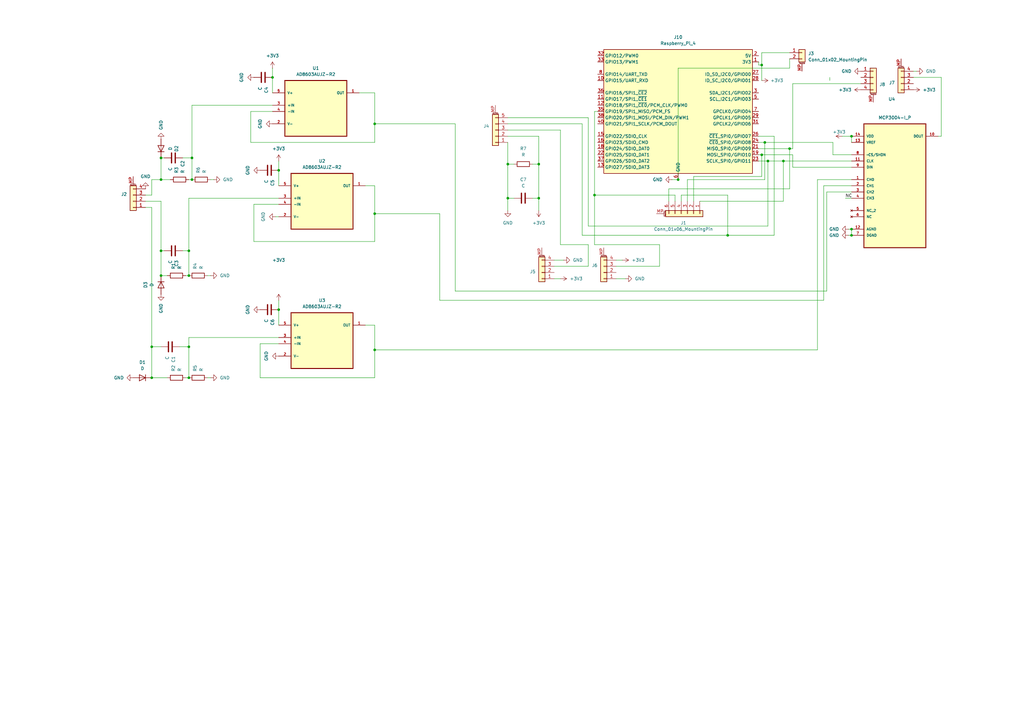
<source format=kicad_sch>
(kicad_sch (version 20231120) (generator "eeschema") (generator_version "8.0")
  (paper "A3")
  (lib_symbols
    (symbol "Connector:Raspberry_Pi_4"
      (property "Reference" "J" (at -17.526 48.768 0))
      (property "Value" "Raspberry_Pi_4" (at 15.748 -26.416 0))
      (symbol "Raspberry_Pi_4_0_1"
        (rectangle (start -30.48 25.4) (end 30.48 -25.4) (stroke (width 0.254)) (fill (type background)))
      )
      (symbol "Raspberry_Pi_4_1_1"
        (pin power_out line (at 33.02 20.32 180) (length 2.54) (name "3V3") (number "1"))
        (pin bidirectional line (at -33.02 12.7 0) (length 2.54) (name "GPIO15/UART_RXD") (number "10"))
        (pin bidirectional line (at -33.02 5.08 0) (length 2.54) (name "GPIO17/SPI1_~{CE1}") (number "11"))
        (pin bidirectional line (at -33.02 2.54 0) (length 2.54) (name "GPIO18/SPI1_~{CE0}/PCM_CLK/PWM0") (number "12"))
        (pin bidirectional line (at -33.02 -22.86 0) (length 2.54) (name "GPIO27/SDIO_DAT3") (number "13"))
        (pin passive line (at 0 -27.94 90) (length 2.54) hide (name "GND") (number "14"))
        (pin bidirectional line (at -33.02 -10.16 0) (length 2.54) (name "GPIO22/SDIO_CLK") (number "15"))
        (pin bidirectional line (at -33.02 -12.7 0) (length 2.54) (name "GPIO23/SDIO_CMD") (number "16"))
        (pin passive line (at 33.02 20.32 180) (length 2.54) hide (name "3V3") (number "17"))
        (pin bidirectional line (at -33.02 -15.24 0) (length 2.54) (name "GPIO24/SDIO_DAT0") (number "18"))
        (pin bidirectional line (at 33.02 -17.78 180) (length 2.54) (name "MOSI_SPI0/GPIO10") (number "19"))
        (pin power_out line (at 33.02 22.86 180) (length 2.54) (name "5V") (number "2"))
        (pin passive line (at 0 -27.94 90) (length 2.54) hide (name "GND") (number "20"))
        (pin bidirectional line (at 33.02 -15.24 180) (length 2.54) (name "MISO_SPI0/GPIO09") (number "21"))
        (pin bidirectional line (at -33.02 -17.78 0) (length 2.54) (name "GPIO25/SDIO_DAT1") (number "22"))
        (pin bidirectional line (at 33.02 -20.32 180) (length 2.54) (name "SCLK_SPI0/GPIO11") (number "23"))
        (pin bidirectional line (at 33.02 -12.7 180) (length 2.54) (name "~{CE0}_SPI0/GPIO08") (number "24"))
        (pin passive line (at 0 -27.94 90) (length 2.54) hide (name "GND") (number "25"))
        (pin bidirectional line (at 33.02 -10.16 180) (length 2.54) (name "~{CE1}_SPI0/GPIO07") (number "26"))
        (pin bidirectional line (at 33.02 15.24 180) (length 2.54) (name "ID_SD_I2C0/GPIO00") (number "27"))
        (pin bidirectional line (at 33.02 12.7 180) (length 2.54) (name "ID_SC_I2C0/GPIO01") (number "28"))
        (pin bidirectional line (at 33.02 -2.54 180) (length 2.54) (name "GPCLK1/GPIO05") (number "29"))
        (pin bidirectional line (at 33.02 7.62 180) (length 2.54) (name "SDA_I2C1/GPIO02") (number "3"))
        (pin passive line (at 0 -27.94 90) (length 2.54) hide (name "GND") (number "30"))
        (pin bidirectional line (at 33.02 -5.08 180) (length 2.54) (name "GPCLK2/GPIO06") (number "31"))
        (pin bidirectional line (at -33.02 22.86 0) (length 2.54) (name "GPIO12/PWM0") (number "32"))
        (pin bidirectional line (at -33.02 20.32 0) (length 2.54) (name "GPIO13/PWM1") (number "33"))
        (pin passive line (at 0 -27.94 90) (length 2.54) hide (name "GND") (number "34"))
        (pin bidirectional line (at -33.02 0 0) (length 2.54) (name "GPIO19/SPI1_MISO/PCM_FS") (number "35"))
        (pin bidirectional line (at -33.02 7.62 0) (length 2.54) (name "GPIO16/SPI1_~{CE2}") (number "36"))
        (pin bidirectional line (at -33.02 -20.32 0) (length 2.54) (name "GPIO26/SDIO_DAT2") (number "37"))
        (pin bidirectional line (at -33.02 -2.54 0) (length 2.54) (name "GPIO20/SPI1_MOSI/PCM_DIN/PWM1") (number "38"))
        (pin passive line (at 0 -27.94 90) (length 2.54) hide (name "GND") (number "39"))
        (pin passive line (at 33.02 22.86 180) (length 2.54) hide (name "5V") (number "4"))
        (pin bidirectional line (at -33.02 -5.08 0) (length 2.54) (name "GPIO21/SPI1_SCLK/PCM_DOUT") (number "40"))
        (pin bidirectional line (at 33.02 5.08 180) (length 2.54) (name "SCL_I2C1/GPIO03") (number "5"))
        (pin power_out line (at 0 -27.94 90) (length 2.54) (name "GND") (number "6"))
        (pin bidirectional line (at 33.02 0 180) (length 2.54) (name "GPCLK0/GPIO04") (number "7"))
        (pin bidirectional line (at -33.02 15.24 0) (length 2.54) (name "GPIO14/UART_TXD") (number "8"))
        (pin passive line (at 0 -27.94 90) (length 2.54) hide (name "GND") (number "9"))
      )
    )
    (symbol "Connector_Generic_MountingPin:Conn_01x02_MountingPin" (pin_names (offset 1.016) hide)
      (property "Reference" "J" (at 0 2.54 0))
      (property "Value" "Conn_01x02_MountingPin" (at 1.27 -5.08 0))
      (symbol "Conn_01x02_MountingPin_1_1"
        (rectangle (start -1.27 -2.413) (end 0 -2.667) (stroke (width 0.1524)))
        (rectangle (start -1.27 0.127) (end 0 -0.127) (stroke (width 0.1524)))
        (rectangle (start -1.27 1.27) (end 1.27 -3.81) (stroke (width 0.254)) (fill (type background)))
        (polyline (pts (xy -1.016 -4.572) (xy 1.016 -4.572)) (stroke (width 0.1524)))
        (text "Mounting" (at 0 -4.191 0) (effects (font (size 0.381 0.381))))
        (pin passive line (at -5.08 0 0) (length 3.81) (name "Pin_1") (number "1"))
        (pin passive line (at -5.08 -2.54 0) (length 3.81) (name "Pin_2") (number "2"))
        (pin passive line (at 0 -7.62 90) (length 3.048) (name "MountPin") (number "MP"))
      )
    )
    (symbol "Connector_Generic_MountingPin:Conn_01x04_MountingPin" (pin_names (offset 1.016) hide)
      (property "Reference" "J" (at 0 5.08 0))
      (property "Value" "Conn_01x04_MountingPin" (at 1.27 -7.62 0))
      (symbol "Conn_01x04_MountingPin_1_1"
        (rectangle (start -1.27 -4.953) (end 0 -5.207) (stroke (width 0.1524)))
        (rectangle (start -1.27 -2.413) (end 0 -2.667) (stroke (width 0.1524)))
        (rectangle (start -1.27 0.127) (end 0 -0.127) (stroke (width 0.1524)))
        (rectangle (start -1.27 2.667) (end 0 2.413) (stroke (width 0.1524)))
        (rectangle (start -1.27 3.81) (end 1.27 -6.35) (stroke (width 0.254)) (fill (type background)))
        (polyline (pts (xy -1.016 -7.112) (xy 1.016 -7.112)) (stroke (width 0.1524)))
        (text "Mounting" (at 0 -6.731 0) (effects (font (size 0.381 0.381))))
        (pin passive line (at -5.08 2.54 0) (length 3.81) (name "Pin_1") (number "1"))
        (pin passive line (at -5.08 0 0) (length 3.81) (name "Pin_2") (number "2"))
        (pin passive line (at -5.08 -2.54 0) (length 3.81) (name "Pin_3") (number "3"))
        (pin passive line (at -5.08 -5.08 0) (length 3.81) (name "Pin_4") (number "4"))
        (pin passive line (at 0 -10.16 90) (length 3.048) (name "MountPin") (number "MP"))
      )
    )
    (symbol "Connector_Generic_MountingPin:Conn_01x05_MountingPin" (pin_names (offset 1.016) hide)
      (property "Reference" "J" (at 0 7.62 0))
      (property "Value" "Conn_01x05_MountingPin" (at 1.27 -7.62 0))
      (symbol "Conn_01x05_MountingPin_1_1"
        (rectangle (start -1.27 -4.953) (end 0 -5.207) (stroke (width 0.1524)))
        (rectangle (start -1.27 -2.413) (end 0 -2.667) (stroke (width 0.1524)))
        (rectangle (start -1.27 0.127) (end 0 -0.127) (stroke (width 0.1524)))
        (rectangle (start -1.27 2.667) (end 0 2.413) (stroke (width 0.1524)))
        (rectangle (start -1.27 5.207) (end 0 4.953) (stroke (width 0.1524)))
        (rectangle (start -1.27 6.35) (end 1.27 -6.35) (stroke (width 0.254)) (fill (type background)))
        (polyline (pts (xy -1.016 -7.112) (xy 1.016 -7.112)) (stroke (width 0.1524)))
        (text "Mounting" (at 0 -6.731 0) (effects (font (size 0.381 0.381))))
        (pin passive line (at -5.08 5.08 0) (length 3.81) (name "Pin_1") (number "1"))
        (pin passive line (at -5.08 2.54 0) (length 3.81) (name "Pin_2") (number "2"))
        (pin passive line (at -5.08 0 0) (length 3.81) (name "Pin_3") (number "3"))
        (pin passive line (at -5.08 -2.54 0) (length 3.81) (name "Pin_4") (number "4"))
        (pin passive line (at -5.08 -5.08 0) (length 3.81) (name "Pin_5") (number "5"))
        (pin passive line (at 0 -10.16 90) (length 3.048) (name "MountPin") (number "MP"))
      )
    )
    (symbol "Connector_Generic_MountingPin:Conn_01x06_MountingPin" (pin_names (offset 1.016) hide)
      (property "Reference" "J" (at 0 7.62 0))
      (property "Value" "Conn_01x06_MountingPin" (at 1.27 -10.16 0))
      (symbol "Conn_01x06_MountingPin_1_1"
        (rectangle (start -1.27 -7.493) (end 0 -7.747) (stroke (width 0.1524)))
        (rectangle (start -1.27 -4.953) (end 0 -5.207) (stroke (width 0.1524)))
        (rectangle (start -1.27 -2.413) (end 0 -2.667) (stroke (width 0.1524)))
        (rectangle (start -1.27 0.127) (end 0 -0.127) (stroke (width 0.1524)))
        (rectangle (start -1.27 2.667) (end 0 2.413) (stroke (width 0.1524)))
        (rectangle (start -1.27 5.207) (end 0 4.953) (stroke (width 0.1524)))
        (rectangle (start -1.27 6.35) (end 1.27 -8.89) (stroke (width 0.254)) (fill (type background)))
        (polyline (pts (xy -1.016 -9.652) (xy 1.016 -9.652)) (stroke (width 0.1524)))
        (text "Mounting" (at 0 -9.271 0) (effects (font (size 0.381 0.381))))
        (pin passive line (at -5.08 5.08 0) (length 3.81) (name "Pin_1") (number "1"))
        (pin passive line (at -5.08 2.54 0) (length 3.81) (name "Pin_2") (number "2"))
        (pin passive line (at -5.08 0 0) (length 3.81) (name "Pin_3") (number "3"))
        (pin passive line (at -5.08 -2.54 0) (length 3.81) (name "Pin_4") (number "4"))
        (pin passive line (at -5.08 -5.08 0) (length 3.81) (name "Pin_5") (number "5"))
        (pin passive line (at -5.08 -7.62 0) (length 3.81) (name "Pin_6") (number "6"))
        (pin passive line (at 0 -12.7 90) (length 3.048) (name "MountPin") (number "MP"))
      )
    )
    (symbol "Device:C" (pin_numbers hide) (pin_names (offset 0.254))
      (property "Reference" "C" (at 0.635 2.54 0))
      (property "Value" "C" (at 0.635 -2.54 0))
      (symbol "C_0_1"
        (polyline (pts (xy -2.032 -0.762) (xy 2.032 -0.762)) (stroke (width 0.508)))
        (polyline (pts (xy -2.032 0.762) (xy 2.032 0.762)) (stroke (width 0.508)))
      )
      (symbol "C_1_1"
        (pin passive line (at 0 3.81 270) (length 2.794) (name "~") (number "1"))
        (pin passive line (at 0 -3.81 90) (length 2.794) (name "~") (number "2"))
      )
    )
    (symbol "Device:D" (pin_numbers hide) (pin_names (offset 1.016) hide)
      (property "Reference" "D" (at 0 2.54 0))
      (property "Value" "D" (at 0 -2.54 0))
      (symbol "D_0_1"
        (polyline (pts (xy -1.27 1.27) (xy -1.27 -1.27)) (stroke (width 0.254)))
        (polyline (pts (xy 1.27 0) (xy -1.27 0)))
        (polyline (pts (xy 1.27 1.27) (xy 1.27 -1.27) (xy -1.27 0) (xy 1.27 1.27)) (stroke (width 0.254)))
      )
      (symbol "D_1_1"
        (pin passive line (at -3.81 0 0) (length 2.54) (name "K") (number "1"))
        (pin passive line (at 3.81 0 180) (length 2.54) (name "A") (number "2"))
      )
    )
    (symbol "Device:R" (pin_numbers hide) (pin_names (offset 0))
      (property "Reference" "R" (at 2.032 0 90))
      (property "Value" "R" (at 0 0 90))
      (symbol "R_0_1"
        (rectangle (start -1.016 -2.54) (end 1.016 2.54) (stroke (width 0.254)))
      )
      (symbol "R_1_1"
        (pin passive line (at 0 3.81 270) (length 1.27) (name "~") (number "1"))
        (pin passive line (at 0 -3.81 90) (length 1.27) (name "~") (number "2"))
      )
    )
    (symbol "New_Library:AD8603AUJZ-R2" (pin_names (offset 1.016))
      (property "Reference" "U" (at -4.7244 11.6586 0))
      (property "Value" "AD8603AUJZ-R2" (at -5.7404 -21.1074 0))
      (symbol "AD8603AUJZ-R2_0_0"
        (rectangle (start -12.7 -15.24) (end 12.7 7.62) (stroke (width 0.4064)) (fill (type background)))
        (pin output line (at 17.78 2.54 180) (length 5.08) (name "OUT") (number "1"))
        (pin power_in line (at -17.78 -10.16 0) (length 5.08) (name "V-") (number "2"))
        (pin input line (at -17.78 -2.54 0) (length 5.08) (name "+IN") (number "3"))
        (pin input line (at -17.78 -5.08 0) (length 5.08) (name "-IN") (number "4"))
        (pin power_in line (at -17.78 2.54 0) (length 5.08) (name "V+") (number "5"))
      )
    )
    (symbol "New_Library:MCP3004-I_P" (pin_names (offset 1.016))
      (property "Reference" "U" (at -4.7323 26.9434 0))
      (property "Value" "MCP3004-I_P" (at -6.0827 -33.4421 0))
      (symbol "MCP3004-I_P_0_0"
        (rectangle (start -12.7 -27.94) (end 12.7 22.86) (stroke (width 0.4064)) (fill (type background)))
        (pin input line (at -17.78 0 0) (length 5.08) (name "CH0") (number "1"))
        (pin output line (at 17.78 17.78 180) (length 5.08) (name "DOUT") (number "10"))
        (pin input line (at -17.78 7.62 0) (length 5.08) (name "CLK") (number "11"))
        (pin passive line (at -17.78 -20.32 0) (length 5.08) (name "AGND") (number "12"))
        (pin power_in line (at -17.78 15.24 0) (length 5.08) (name "VREF") (number "13"))
        (pin power_in line (at -17.78 17.78 0) (length 5.08) (name "VDD") (number "14"))
        (pin input line (at -17.78 -2.54 0) (length 5.08) (name "CH1") (number "2"))
        (pin input line (at -17.78 -5.08 0) (length 5.08) (name "CH2") (number "3"))
        (pin input line (at -17.78 -7.62 0) (length 5.08) (name "CH3") (number "4"))
        (pin no_connect line (at -17.78 -12.7 0) (length 5.08) (name "NC_2") (number "5"))
        (pin no_connect line (at -17.78 -15.24 0) (length 5.08) (name "NC") (number "6"))
        (pin passive line (at -17.78 -22.86 0) (length 5.08) (name "DGND") (number "7"))
        (pin input line (at -17.78 10.16 0) (length 5.08) (name "~CS/SHDN") (number "8"))
        (pin input line (at -17.78 5.08 0) (length 5.08) (name "DIN") (number "9"))
      )
    )
    (symbol "power:+3V3" (power) (pin_numbers hide) (pin_names (offset 0) hide)
      (property "Value" "+3V3" (at 0 3.556 0))
      (symbol "+3V3_0_1"
        (polyline (pts (xy -0.762 1.27) (xy 0 2.54)))
        (polyline (pts (xy 0 0) (xy 0 2.54)))
        (polyline (pts (xy 0 2.54) (xy 0.762 1.27)))
      )
      (symbol "+3V3_1_1"
        (pin power_in line (at 0 0 90) (length 0) (name "~") (number "1"))
      )
    )
    (symbol "power:GND" (power) (pin_numbers hide) (pin_names (offset 0) hide)
      (property "Value" "GND" (at 0 -3.81 0))
      (symbol "GND_0_1"
        (polyline (pts (xy 0 0) (xy 0 -1.27) (xy 1.27 -1.27) (xy 0 -2.54) (xy -1.27 -1.27) (xy 0 -1.27)))
      )
      (symbol "GND_1_1"
        (pin power_in line (at 0 0 270) (length 0) (name "~") (number "1"))
      )
    )
  )
  (junction (at 298.45 96.52))
  (junction (at 153.67 87.63))
  (junction (at 321.31 66.04))
  (junction (at 114.3 69.85))
  (junction (at 314.96 66.04))
  (junction (at 243.84 80.01))
  (junction (at 349.25 55.88))
  (junction (at 77.47 142.24))
  (junction (at 208.28 81.28))
  (junction (at 312.42 63.5))
  (junction (at 220.98 67.31))
  (junction (at 278.13 73.66))
  (junction (at 77.47 154.94))
  (junction (at 77.47 113.03))
  (junction (at 208.28 67.31))
  (junction (at 312.42 26.67))
  (junction (at 66.04 73.66))
  (junction (at 78.74 73.66))
  (junction (at 66.04 113.03))
  (junction (at 153.67 50.8))
  (junction (at 77.47 102.87))
  (junction (at 62.23 154.94))
  (junction (at 349.25 96.52))
  (junction (at 114.3 127))
  (junction (at 66.04 64.77))
  (junction (at 111.76 31.75))
  (junction (at 313.69 58.42))
  (junction (at 153.67 143.51))
  (junction (at 220.98 81.28))
  (junction (at 323.85 60.96))
  (junction (at 62.23 142.24))
  (junction (at 349.25 93.98))
  (junction (at 78.74 64.77))
  (junction (at 66.04 102.87))
  (wire (pts (xy 76.2 113.03) (xy 77.47 113.03)))
  (wire (pts (xy 241.3 109.22) (xy 241.3 100.33)))
  (wire (pts (xy 106.68 154.94) (xy 153.67 154.94)))
  (wire (pts (xy 279.4 80.01) (xy 298.45 80.01)))
  (wire (pts (xy 220.98 67.31) (xy 220.98 81.28)))
  (wire (pts (xy 314.96 66.04) (xy 321.31 66.04)))
  (wire (pts (xy 323.85 24.13) (xy 323.85 27.94)))
  (wire (pts (xy 313.69 58.42) (xy 341.63 58.42)))
  (wire (pts (xy 345.44 55.88) (xy 349.25 55.88)))
  (wire (pts (xy 341.63 58.42) (xy 341.63 63.5)))
  (wire (pts (xy 335.28 143.51) (xy 153.67 143.51)))
  (wire (pts (xy 114.3 123.19) (xy 114.3 127)))
  (wire (pts (xy 208.28 86.36) (xy 208.28 81.28)))
  (wire (pts (xy 153.67 133.35) (xy 149.86 133.35)))
  (wire (pts (xy 341.63 63.5) (xy 349.25 63.5)))
  (wire (pts (xy 114.3 138.43) (xy 77.47 138.43)))
  (wire (pts (xy 104.14 99.06) (xy 153.67 99.06)))
  (wire (pts (xy 62.23 73.66) (xy 62.23 80.01)))
  (wire (pts (xy 347.98 96.52) (xy 349.25 96.52)))
  (wire (pts (xy 340.36 31.75) (xy 340.36 33.02)))
  (wire (pts (xy 298.45 96.52) (xy 317.5 96.52)))
  (wire (pts (xy 276.86 80.01) (xy 243.84 80.01)))
  (wire (pts (xy 347.98 93.98) (xy 349.25 93.98)))
  (wire (pts (xy 276.86 80.01) (xy 276.86 82.55)))
  (wire (pts (xy 312.42 72.39) (xy 312.42 63.5)))
  (wire (pts (xy 311.15 55.88) (xy 317.5 55.88)))
  (wire (pts (xy 76.2 154.94) (xy 77.47 154.94)))
  (wire (pts (xy 325.12 60.96) (xy 325.12 34.29)))
  (wire (pts (xy 229.87 114.3) (xy 227.33 114.3)))
  (wire (pts (xy 243.84 80.01) (xy 243.84 45.72)))
  (wire (pts (xy 62.23 85.09) (xy 62.23 142.24)))
  (wire (pts (xy 114.3 81.28) (xy 77.47 81.28)))
  (wire (pts (xy 153.67 50.8) (xy 153.67 58.42)))
  (wire (pts (xy 113.03 88.9) (xy 114.3 88.9)))
  (wire (pts (xy 335.28 73.66) (xy 335.28 143.51)))
  (wire (pts (xy 114.3 69.85) (xy 114.3 76.2)))
  (wire (pts (xy 85.09 154.94) (xy 86.36 154.94)))
  (wire (pts (xy 66.04 113.03) (xy 68.58 113.03)))
  (wire (pts (xy 77.47 138.43) (xy 77.47 142.24)))
  (wire (pts (xy 220.98 81.28) (xy 220.98 86.36)))
  (wire (pts (xy 69.85 73.66) (xy 66.04 73.66)))
  (wire (pts (xy 208.28 50.8) (xy 238.76 50.8)))
  (wire (pts (xy 311.15 60.96) (xy 323.85 60.96)))
  (wire (pts (xy 243.84 45.72) (xy 245.11 45.72)))
  (wire (pts (xy 349.25 58.42) (xy 349.25 55.88)))
  (wire (pts (xy 323.85 27.94) (xy 278.13 27.94)))
  (wire (pts (xy 243.84 100.33) (xy 270.51 100.33)))
  (wire (pts (xy 312.42 26.67) (xy 312.42 33.02)))
  (wire (pts (xy 77.47 81.28) (xy 77.47 102.87)))
  (wire (pts (xy 238.76 50.8) (xy 238.76 96.52)))
  (wire (pts (xy 111.76 27.94) (xy 111.76 31.75)))
  (wire (pts (xy 66.04 73.66) (xy 62.23 73.66)))
  (wire (pts (xy 186.69 119.38) (xy 186.69 50.8)))
  (wire (pts (xy 62.23 142.24) (xy 66.04 142.24)))
  (wire (pts (xy 59.69 85.09) (xy 62.23 85.09)))
  (wire (pts (xy 153.67 154.94) (xy 153.67 143.51)))
  (wire (pts (xy 77.47 142.24) (xy 77.47 154.94)))
  (wire (pts (xy 386.08 55.88) (xy 384.81 55.88)))
  (wire (pts (xy 325.12 68.58) (xy 349.25 68.58)))
  (wire (pts (xy 337.82 123.19) (xy 180.34 123.19)))
  (wire (pts (xy 73.66 142.24) (xy 77.47 142.24)))
  (wire (pts (xy 279.4 82.55) (xy 279.4 80.01)))
  (wire (pts (xy 227.33 109.22) (xy 241.3 109.22)))
  (wire (pts (xy 284.48 72.39) (xy 312.42 72.39)))
  (wire (pts (xy 311.15 26.67) (xy 312.42 26.67)))
  (wire (pts (xy 281.94 82.55) (xy 281.94 73.66)))
  (wire (pts (xy 153.67 76.2) (xy 153.67 87.63)))
  (wire (pts (xy 59.69 80.01) (xy 62.23 80.01)))
  (wire (pts (xy 111.76 31.75) (xy 111.76 38.1)))
  (wire (pts (xy 186.69 50.8) (xy 153.67 50.8)))
  (wire (pts (xy 114.3 140.97) (xy 106.68 140.97)))
  (wire (pts (xy 62.23 154.94) (xy 68.58 154.94)))
  (wire (pts (xy 102.87 45.72) (xy 102.87 58.42)))
  (wire (pts (xy 339.09 119.38) (xy 186.69 119.38)))
  (wire (pts (xy 114.3 127) (xy 114.3 133.35)))
  (wire (pts (xy 241.3 92.71) (xy 314.96 92.71)))
  (wire (pts (xy 321.31 66.04) (xy 349.25 66.04)))
  (wire (pts (xy 208.28 81.28) (xy 208.28 67.31)))
  (wire (pts (xy 111.76 43.18) (xy 78.74 43.18)))
  (wire (pts (xy 231.14 106.68) (xy 227.33 106.68)))
  (wire (pts (xy 281.94 73.66) (xy 313.69 73.66)))
  (wire (pts (xy 375.92 29.21) (xy 374.65 29.21)))
  (wire (pts (xy 346.71 81.28) (xy 349.25 81.28)))
  (wire (pts (xy 66.04 64.77) (xy 67.31 64.77)))
  (wire (pts (xy 317.5 96.52) (xy 317.5 55.88)))
  (wire (pts (xy 313.69 73.66) (xy 313.69 58.42)))
  (wire (pts (xy 66.04 102.87) (xy 66.04 113.03)))
  (wire (pts (xy 312.42 63.5) (xy 325.12 63.5)))
  (wire (pts (xy 77.47 73.66) (xy 78.74 73.66)))
  (wire (pts (xy 241.3 100.33) (xy 229.87 100.33)))
  (wire (pts (xy 339.09 119.38) (xy 339.09 78.74)))
  (wire (pts (xy 256.54 114.3) (xy 252.73 114.3)))
  (wire (pts (xy 314.96 92.71) (xy 314.96 66.04)))
  (wire (pts (xy 59.69 82.55) (xy 66.04 82.55)))
  (wire (pts (xy 229.87 100.33) (xy 229.87 53.34)))
  (wire (pts (xy 339.09 78.74) (xy 349.25 78.74)))
  (wire (pts (xy 374.65 31.75) (xy 386.08 31.75)))
  (wire (pts (xy 114.3 66.04) (xy 114.3 69.85)))
  (wire (pts (xy 323.85 60.96) (xy 325.12 60.96)))
  (wire (pts (xy 274.32 82.55) (xy 274.32 77.47)))
  (wire (pts (xy 353.06 34.29) (xy 325.12 34.29)))
  (wire (pts (xy 321.31 82.55) (xy 321.31 66.04)))
  (wire (pts (xy 349.25 96.52) (xy 349.25 93.98)))
  (wire (pts (xy 102.87 58.42) (xy 153.67 58.42)))
  (wire (pts (xy 278.13 27.94) (xy 278.13 73.66)))
  (wire (pts (xy 106.68 140.97) (xy 106.68 154.94)))
  (wire (pts (xy 312.42 21.59) (xy 312.42 26.67)))
  (wire (pts (xy 153.67 87.63) (xy 153.67 99.06)))
  (wire (pts (xy 208.28 48.26) (xy 241.3 48.26)))
  (wire (pts (xy 220.98 55.88) (xy 220.98 67.31)))
  (wire (pts (xy 314.96 66.04) (xy 311.15 66.04)))
  (wire (pts (xy 208.28 55.88) (xy 220.98 55.88)))
  (wire (pts (xy 208.28 67.31) (xy 210.82 67.31)))
  (wire (pts (xy 311.15 26.67) (xy 311.15 25.4)))
  (wire (pts (xy 74.93 102.87) (xy 77.47 102.87)))
  (wire (pts (xy 62.23 142.24) (xy 62.23 154.94)))
  (wire (pts (xy 325.12 68.58) (xy 325.12 63.5)))
  (wire (pts (xy 77.47 102.87) (xy 77.47 113.03)))
  (wire (pts (xy 74.93 64.77) (xy 78.74 64.77)))
  (wire (pts (xy 180.34 123.19) (xy 180.34 87.63)))
  (wire (pts (xy 114.3 83.82) (xy 104.14 83.82)))
  (wire (pts (xy 349.25 76.2) (xy 337.82 76.2)))
  (wire (pts (xy 311.15 58.42) (xy 313.69 58.42)))
  (wire (pts (xy 208.28 67.31) (xy 208.28 58.42)))
  (wire (pts (xy 274.32 77.47) (xy 323.85 77.47)))
  (wire (pts (xy 323.85 21.59) (xy 312.42 21.59)))
  (wire (pts (xy 208.28 81.28) (xy 210.82 81.28)))
  (wire (pts (xy 86.36 73.66) (xy 87.63 73.66)))
  (wire (pts (xy 78.74 43.18) (xy 78.74 64.77)))
  (wire (pts (xy 66.04 64.77) (xy 66.04 73.66)))
  (wire (pts (xy 252.73 109.22) (xy 270.51 109.22)))
  (wire (pts (xy 104.14 83.82) (xy 104.14 99.06)))
  (wire (pts (xy 85.09 113.03) (xy 86.36 113.03)))
  (wire (pts (xy 153.67 143.51) (xy 153.67 133.35)))
  (wire (pts (xy 218.44 67.31) (xy 220.98 67.31)))
  (wire (pts (xy 287.02 82.55) (xy 321.31 82.55)))
  (wire (pts (xy 111.76 45.72) (xy 102.87 45.72)))
  (wire (pts (xy 386.08 31.75) (xy 386.08 55.88)))
  (wire (pts (xy 311.15 63.5) (xy 312.42 63.5)))
  (wire (pts (xy 229.87 53.34) (xy 208.28 53.34)))
  (wire (pts (xy 180.34 87.63) (xy 153.67 87.63)))
  (wire (pts (xy 153.67 76.2) (xy 149.86 76.2)))
  (wire (pts (xy 218.44 81.28) (xy 220.98 81.28)))
  (wire (pts (xy 153.67 38.1) (xy 147.32 38.1)))
  (wire (pts (xy 243.84 100.33) (xy 243.84 80.01)))
  (wire (pts (xy 238.76 96.52) (xy 298.45 96.52)))
  (wire (pts (xy 66.04 102.87) (xy 67.31 102.87)))
  (wire (pts (xy 66.04 82.55) (xy 66.04 102.87)))
  (wire (pts (xy 337.82 76.2) (xy 337.82 123.19)))
  (wire (pts (xy 323.85 77.47) (xy 323.85 60.96)))
  (wire (pts (xy 284.48 82.55) (xy 284.48 72.39)))
  (wire (pts (xy 335.28 73.66) (xy 349.25 73.66)))
  (wire (pts (xy 153.67 38.1) (xy 153.67 50.8)))
  (wire (pts (xy 255.27 106.68) (xy 252.73 106.68)))
  (wire (pts (xy 298.45 80.01) (xy 298.45 96.52)))
  (wire (pts (xy 78.74 64.77) (xy 78.74 73.66)))
  (wire (pts (xy 275.59 73.66) (xy 278.13 73.66)))
  (wire (pts (xy 270.51 109.22) (xy 270.51 100.33)))
  (wire (pts (xy 241.3 48.26) (xy 241.3 92.71)))
  (label "NC" (at 346.71 81.28 0))
  (symbol (lib_id "power:GND") (at 87.63 73.66 90) (unit 1)
    (property "Reference" "#PWR09" (effects (hide yes)))
    (property "Value" "GND" (at 91.44 73.6599 90) (effects (justify right)))
    (property "Description" "Power symbol creates a global label with name \"GND\" , ground" (effects (hide yes)))
  )
  (symbol (lib_id "Connector_Generic_MountingPin:Conn_01x04_MountingPin") (at 247.65 111.76 180) (unit 1)
    (property "Reference" "J6" (at 245.11 108.8643 0) (effects (justify left)))
    (property "Value" "protec_condit" (effects (hide yes)))
    (property "Footprint" "Connector_PinHeader_2.54mm:PinHeader_1x04_P2.54mm_Vertical" (effects (hide yes)))
    (property "Description" "Generic connectable mounting pin connector, single row, 01x04, script generated (kicad-library-utils/schlib/autogen/connector/)" (effects (hide yes)))
  )
  (symbol (lib_id "power:GND") (at 86.36 113.03 90) (unit 1)
    (property "Reference" "#PWR07" (effects (hide yes)))
    (property "Value" "GND" (at 90.17 113.0299 90) (effects (justify right)))
    (property "Description" "Power symbol creates a global label with name \"GND\" , ground" (effects (hide yes)))
  )
  (symbol (lib_id "Device:D") (at 58.42 154.94 180) (unit 1)
    (property "Reference" "D1" (at 58.42 148.59 0))
    (property "Value" "D" (at 58.42 151.13 0))
    (property "Footprint" "Resistor_THT:R_Axial_DIN0204_L3.6mm_D1.6mm_P7.62mm_Horizontal" (effects (hide yes)))
    (property "Description" "Diode" (effects (hide yes)))
    (property "Sim.Device" "D" (effects (hide yes)))
    (property "Sim.Pins" "1=K 2=A" (effects (hide yes)))
  )
  (symbol (lib_id "power:+3V3") (at 114.3 123.19 0) (unit 1)
    (property "Reference" "#PWR017" (effects (hide yes)))
    (property "Value" "+3V3" (at 114.3 106.68 0))
    (property "Description" "Power symbol creates a global label with name \"+3V3\"" (effects (hide yes)))
  )
  (symbol (lib_id "Connector_Generic_MountingPin:Conn_01x04_MountingPin") (at 369.57 34.29 180) (unit 1)
    (property "Reference" "J7" (at 367.03 33.9345 0) (effects (justify left)))
    (property "Value" "protec_mcp" (effects (hide yes)))
    (property "Footprint" "Connector_PinHeader_2.54mm:PinHeader_1x04_P2.54mm_Vertical" (effects (hide yes)))
    (property "Description" "Generic connectable mounting pin connector, single row, 01x04, script generated (kicad-library-utils/schlib/autogen/connector/)" (effects (hide yes)))
  )
  (symbol (lib_id "Device:R") (at 73.66 73.66 90) (unit 1)
    (property "Reference" "R3" (at 72.3899 71.12 0) (effects (justify left)))
    (property "Value" "R" (at 74.9299 71.12 0) (effects (justify left)))
    (property "Footprint" "Resistor_THT:R_Axial_DIN0204_L3.6mm_D1.6mm_P7.62mm_Horizontal" (effects (hide yes)))
    (property "Description" "Resistor" (effects (hide yes)))
  )
  (symbol (lib_id "power:GND") (at 106.68 69.85 270) (unit 1)
    (property "Reference" "#PWR011" (effects (hide yes)))
    (property "Value" "GND" (at 101.6 69.85 0))
    (property "Description" "Power symbol creates a global label with name \"GND\" , ground" (effects (hide yes)))
  )
  (symbol (lib_id "power:+3V3") (at 255.27 106.68 270) (unit 1)
    (property "Reference" "#PWR026" (effects (hide yes)))
    (property "Value" "+3V3" (at 259.08 106.6799 90) (effects (justify left)))
    (property "Description" "Power symbol creates a global label with name \"+3V3\"" (effects (hide yes)))
  )
  (symbol (lib_id "Connector:Raspberry_Pi_4") (at 278.13 45.72 0) (unit 1)
    (property "Reference" "J10" (at 278.13 15.24 0))
    (property "Value" "Raspberry_Pi_4" (at 278.13 17.78 0))
    (property "Footprint" "Connector_PinHeader_2.54mm:PinHeader_2x20_P2.54mm_Vertical" (effects (hide yes)))
    (property "Datasheet" "https://datasheets.raspberrypi.com/rpi4/raspberry-pi-4-datasheet.pdf" (effects (hide yes)))
    (property "Description" "Raspberry Pi 4 Model B" (effects (hide yes)))
  )
  (symbol (lib_id "Connector_Generic_MountingPin:Conn_01x05_MountingPin") (at 203.2 53.34 180) (unit 1)
    (property "Reference" "J4" (at 200.66 51.7143 0) (effects (justify left)))
    (property "Value" "Circuit_conditiono" (effects (hide yes)))
    (property "Footprint" "Connector_PinHeader_2.54mm:PinHeader_1x05_P2.54mm_Vertical" (effects (hide yes)))
    (property "Description" "Generic connectable mounting pin connector, single row, 01x05, script generated (kicad-library-utils/schlib/autogen/connector/)" (effects (hide yes)))
  )
  (symbol (lib_id "power:GND") (at 256.54 114.3 90) (unit 1)
    (property "Reference" "#PWR027" (effects (hide yes)))
    (property "Value" "GND" (at 260.35 114.2999 90) (effects (justify right)))
    (property "Description" "Power symbol creates a global label with name \"GND\" , ground" (effects (hide yes)))
  )
  (symbol (lib_id "Device:C") (at 214.63 81.28 270) (unit 1)
    (property "Reference" "C7" (at 214.63 73.66 90))
    (property "Value" "C" (at 214.63 76.2 90))
    (property "Footprint" "Capacitor_THT:C_Disc_D3.0mm_W1.6mm_P2.50mm" (effects (hide yes)))
    (property "Description" "Unpolarized capacitor" (effects (hide yes)))
  )
  (symbol (lib_id "Device:C") (at 69.85 142.24 270) (unit 1)
    (property "Reference" "C1" (at 71.1201 146.05 0) (effects (justify left)))
    (property "Value" "C" (at 68.5801 146.05 0) (effects (justify left)))
    (property "Footprint" "Capacitor_THT:C_Disc_D3.0mm_W1.6mm_P2.50mm" (effects (hide yes)))
    (property "Description" "Unpolarized capacitor" (effects (hide yes)))
  )
  (symbol (lib_id "power:+3V3") (at 229.87 114.3 270) (unit 1)
    (property "Reference" "#PWR025" (effects (hide yes)))
    (property "Value" "+3V3" (at 233.68 114.3001 90) (effects (justify left)))
    (property "Description" "Power symbol creates a global label with name \"+3V3\"" (effects (hide yes)))
  )
  (symbol (lib_id "Device:D") (at 66.04 116.84 270) (unit 1)
    (property "Reference" "D3" (at 59.69 116.84 0))
    (property "Value" "D" (at 62.23 116.84 0))
    (property "Footprint" "Resistor_THT:R_Axial_DIN0204_L3.6mm_D1.6mm_P7.62mm_Horizontal" (effects (hide yes)))
    (property "Description" "Diode" (effects (hide yes)))
    (property "Sim.Device" "D" (effects (hide yes)))
    (property "Sim.Pins" "1=K 2=A" (effects (hide yes)))
  )
  (symbol (lib_id "power:GND") (at 66.04 120.65 0) (unit 1)
    (property "Reference" "#PWR06" (effects (hide yes)))
    (property "Value" "GND" (at 66.0399 124.46 90) (effects (justify right)))
    (property "Description" "Power symbol creates a global label with name \"GND\" , ground" (effects (hide yes)))
  )
  (symbol (lib_id "Device:D") (at 66.04 60.96 90) (unit 1)
    (property "Reference" "D2" (at 72.39 60.96 0))
    (property "Value" "D" (at 69.85 60.96 0))
    (property "Footprint" "Resistor_THT:R_Axial_DIN0204_L3.6mm_D1.6mm_P7.62mm_Horizontal" (effects (hide yes)))
    (property "Description" "Diode" (effects (hide yes)))
    (property "Sim.Device" "D" (effects (hide yes)))
    (property "Sim.Pins" "1=K 2=A" (effects (hide yes)))
  )
  (symbol (lib_id "Device:C") (at 107.95 31.75 270) (unit 1)
    (property "Reference" "C4" (at 109.2201 35.56 0) (effects (justify left)))
    (property "Value" "C" (at 106.6801 35.56 0) (effects (justify left)))
    (property "Footprint" "Capacitor_THT:C_Disc_D3.0mm_W1.6mm_P2.50mm" (effects (hide yes)))
    (property "Description" "Unpolarized capacitor" (effects (hide yes)))
  )
  (symbol (lib_id "power:GND") (at 114.3 146.05 270) (unit 1)
    (property "Reference" "#PWR018" (effects (hide yes)))
    (property "Value" "GND" (at 109.22 146.05 0))
    (property "Description" "Power symbol creates a global label with name \"GND\" , ground" (effects (hide yes)))
  )
  (symbol (lib_id "Device:R") (at 72.39 113.03 90) (unit 1)
    (property "Reference" "R1" (at 71.1199 110.49 0) (effects (justify left)))
    (property "Value" "R" (at 73.6599 110.49 0) (effects (justify left)))
    (property "Footprint" "Resistor_THT:R_Axial_DIN0204_L3.6mm_D1.6mm_P7.62mm_Horizontal" (effects (hide yes)))
    (property "Description" "Resistor" (effects (hide yes)))
  )
  (symbol (lib_id "power:GND") (at 231.14 106.68 90) (unit 1)
    (property "Reference" "#PWR024" (effects (hide yes)))
    (property "Value" "GND" (at 234.95 106.6801 90) (effects (justify right)))
    (property "Description" "Power symbol creates a global label with name \"GND\" , ground" (effects (hide yes)))
  )
  (symbol (lib_id "power:GND") (at 59.69 77.47 180) (unit 1)
    (property "Reference" "#PWR04" (effects (hide yes)))
    (property "Value" "GND" (at 59.69 72.39 0))
    (property "Description" "Power symbol creates a global label with name \"GND\" , ground" (effects (hide yes)))
  )
  (symbol (lib_id "New_Library:MCP3004-I_P") (at 367.03 73.66 0) (unit 1)
    (property "Reference" "U4" (at 365.76 40.64 0))
    (property "Value" "MCP3004-I_P" (at 367.03 48.26 0))
    (property "Footprint" "Library:MCP3004 ISL" (effects (hide yes)))
    (property "MF" "Microchip" (effects (hide yes)))
    (property "Description_1" "\nMicrochip MCP3004-I/P, 10 bit Serial ADC, Differential Input, 14-Pin PDIP | Microchip Technology Inc. MCP3004-I/P\n" (effects (hide yes)))
    (property "PACKAGE" "DIP-14" (effects (hide yes)))
    (property "MPN" "MCP3004-I/P" (effects (hide yes)))
    (property "Price" "None" (effects (hide yes)))
    (property "Package" "DIP-14 Microchip" (effects (hide yes)))
    (property "OC_FARNELL" "-" (effects (hide yes)))
    (property "SnapEDA_Link" "https://www.snapeda.com/parts/MCP3004-I/P/Microchip/view-part/?ref=snap" (effects (hide yes)))
    (property "MP" "MCP3004-I/P" (effects (hide yes)))
    (property "SUPPLIER" "Microchip" (effects (hide yes)))
    (property "OC_NEWARK" "19C7195" (effects (hide yes)))
    (property "Availability" "In Stock" (effects (hide yes)))
    (property "Check_prices" "https://www.snapeda.com/parts/MCP3004-I/P/Microchip/view-part/?ref=eda" (effects (hide yes)))
  )
  (symbol (lib_id "power:+3V3") (at 114.3 66.04 0) (unit 1)
    (property "Reference" "#PWR016" (effects (hide yes)))
    (property "Value" "+3V3" (at 114.3 60.96 0))
    (property "Description" "Power symbol creates a global label with name \"+3V3\"" (effects (hide yes)))
  )
  (symbol (lib_id "power:+3V3") (at 353.06 36.83 90) (unit 1)
    (property "Reference" "#PWR030" (effects (hide yes)))
    (property "Value" "+3V3" (at 349.25 36.8301 90) (effects (justify left)))
    (property "Description" "Power symbol creates a global label with name \"+3V3\"" (effects (hide yes)))
  )
  (symbol (lib_id "power:GND") (at 113.03 88.9 270) (unit 1)
    (property "Reference" "#PWR015" (effects (hide yes)))
    (property "Value" "GND" (at 107.95 88.9 0))
    (property "Description" "Power symbol creates a global label with name \"GND\" , ground" (effects (hide yes)))
  )
  (symbol (lib_id "power:GND") (at 208.28 86.36 0) (unit 1)
    (property "Reference" "#PWR023" (effects (hide yes)))
    (property "Value" "GND" (at 208.28 91.44 0))
    (property "Description" "Power symbol creates a global label with name \"GND\" , ground" (effects (hide yes)))
  )
  (symbol (lib_id "power:GND") (at 275.59 73.66 270) (unit 1)
    (property "Reference" "#PWR02" (effects (hide yes)))
    (property "Value" "GND" (at 271.78 73.6599 90) (effects (justify right)))
    (property "Description" "Power symbol creates a global label with name \"GND\" , ground" (effects (hide yes)))
  )
  (symbol (lib_id "power:GND") (at 375.92 29.21 90) (unit 1)
    (property "Reference" "#PWR028" (effects (hide yes)))
    (property "Value" "GND" (at 379.73 29.2101 90) (effects (justify right)))
    (property "Description" "Power symbol creates a global label with name \"GND\" , ground" (effects (hide yes)))
  )
  (symbol (lib_id "Device:R") (at 82.55 73.66 90) (unit 1)
    (property "Reference" "R6" (at 81.2799 71.12 0) (effects (justify left)))
    (property "Value" "R" (at 83.8199 71.12 0) (effects (justify left)))
    (property "Footprint" "Resistor_THT:R_Axial_DIN0204_L3.6mm_D1.6mm_P7.62mm_Horizontal" (effects (hide yes)))
    (property "Description" "Resistor" (effects (hide yes)))
  )
  (symbol (lib_id "Device:C") (at 71.12 64.77 270) (unit 1)
    (property "Reference" "C2" (at 74.93 65.786 0) (effects (justify left)))
    (property "Value" "C" (at 69.8501 68.58 0) (effects (justify left)))
    (property "Footprint" "Capacitor_THT:C_Disc_D3.0mm_W1.6mm_P2.50mm" (effects (hide yes)))
    (property "Description" "Unpolarized capacitor" (effects (hide yes)))
  )
  (symbol (lib_id "Connector_Generic_MountingPin:Conn_01x04_MountingPin") (at 358.14 31.75 0) (unit 1)
    (property "Reference" "J8" (at 360.68 34.6457 0) (effects (justify left)))
    (property "Value" "protec_mcp" (effects (hide yes)))
    (property "Footprint" "Connector_PinHeader_2.54mm:PinHeader_1x04_P2.54mm_Vertical" (effects (hide yes)))
    (property "Description" "Generic connectable mounting pin connector, single row, 01x04, script generated (kicad-library-utils/schlib/autogen/connector/)" (effects (hide yes)))
  )
  (symbol (lib_id "Device:R") (at 81.28 113.03 90) (unit 1)
    (property "Reference" "R4" (at 80.0099 110.49 0) (effects (justify left)))
    (property "Value" "R" (at 82.5499 110.49 0) (effects (justify left)))
    (property "Footprint" "Resistor_THT:R_Axial_DIN0204_L3.6mm_D1.6mm_P7.62mm_Horizontal" (effects (hide yes)))
    (property "Description" "Resistor" (effects (hide yes)))
  )
  (symbol (lib_id "Connector_Generic_MountingPin:Conn_01x06_MountingPin") (at 281.94 87.63 270) (unit 1)
    (property "Reference" "J1" (at 280.3144 91.44 90))
    (property "Value" "Conn_01x06_MountingPin" (at 280.3144 93.98 90))
    (property "Footprint" "Connector_PinSocket_2.54mm:PinSocket_1x06_P2.54mm_Vertical" (effects (hide yes)))
    (property "Description" "Generic connectable mounting pin connector, single row, 01x06, script generated (kicad-library-utils/schlib/autogen/connector/)" (effects (hide yes)))
  )
  (symbol (lib_id "Device:R") (at 72.39 154.94 90) (unit 1)
    (property "Reference" "R2" (at 71.1199 152.4 0) (effects (justify left)))
    (property "Value" "R" (at 73.6599 152.4 0) (effects (justify left)))
    (property "Footprint" "Resistor_THT:R_Axial_DIN0204_L3.6mm_D1.6mm_P7.62mm_Horizontal" (effects (hide yes)))
    (property "Description" "Resistor" (effects (hide yes)))
  )
  (symbol (lib_id "power:+3V3") (at 111.76 27.94 0) (unit 1)
    (property "Reference" "#PWR013" (effects (hide yes)))
    (property "Value" "+3V3" (at 111.76 22.86 0))
    (property "Description" "Power symbol creates a global label with name \"+3V3\"" (effects (hide yes)))
  )
  (symbol (lib_id "Device:C") (at 110.49 69.85 270) (unit 1)
    (property "Reference" "C5" (at 111.7601 73.66 0) (effects (justify left)))
    (property "Value" "C" (at 109.2201 73.66 0) (effects (justify left)))
    (property "Footprint" "Capacitor_THT:C_Disc_D3.0mm_W1.6mm_P2.50mm" (effects (hide yes)))
    (property "Description" "Unpolarized capacitor" (effects (hide yes)))
  )
  (symbol (lib_id "power:GND") (at 353.06 29.21 270) (unit 1)
    (property "Reference" "#PWR031" (effects (hide yes)))
    (property "Value" "GND" (at 349.25 29.2101 90) (effects (justify right)))
    (property "Description" "Power symbol creates a global label with name \"GND\" , ground" (effects (hide yes)))
  )
  (symbol (lib_id "Device:C") (at 71.12 102.87 270) (unit 1)
    (property "Reference" "C3" (at 72.3901 106.68 0) (effects (justify left)))
    (property "Value" "C" (at 69.8501 106.68 0) (effects (justify left)))
    (property "Footprint" "Capacitor_THT:C_Disc_D3.0mm_W1.6mm_P2.50mm" (effects (hide yes)))
    (property "Description" "Unpolarized capacitor" (effects (hide yes)))
  )
  (symbol (lib_id "power:GND") (at 111.76 50.8 270) (unit 1)
    (property "Reference" "#PWR014" (effects (hide yes)))
    (property "Value" "GND" (at 106.68 50.8 0))
    (property "Description" "Power symbol creates a global label with name \"GND\" , ground" (effects (hide yes)))
  )
  (symbol (lib_id "New_Library:AD8603AUJZ-R2") (at 132.08 135.89 0) (unit 1)
    (property "Reference" "U3" (at 132.08 123.19 0))
    (property "Value" "AD8603AUJZ-R2" (at 132.08 125.73 0))
    (property "Footprint" "Library:AD3603" (effects (hide yes)))
    (property "MF" "Analog Devices" (effects (hide yes)))
    (property "Description_1" "\n                        \n                            MicroPower RRIO Low Noise Precision Single CMOS Op Amp\n                        \n" (effects (hide yes)))
    (property "PACKAGE" "SOT-23-5" (effects (hide yes)))
    (property "MPN" "AD8603AUJZ-R2" (effects (hide yes)))
    (property "Price" "None" (effects (hide yes)))
    (property "Package" "TSOT-5 Analog Devices" (effects (hide yes)))
    (property "OC_FARNELL" "1319467" (effects (hide yes)))
    (property "SnapEDA_Link" "https://www.snapeda.com/parts/AD8603AUJZ-R2/Analog+Devices/view-part/?ref=snap" (effects (hide yes)))
    (property "MP" "AD8603AUJZ-R2" (effects (hide yes)))
    (property "SUPPLIER" "ANALOG DEVICES" (effects (hide yes)))
    (property "OC_NEWARK" "19M8923" (effects (hide yes)))
    (property "Availability" "In Stock" (effects (hide yes)))
    (property "Check_prices" "https://www.snapeda.com/parts/AD8603AUJZ-R2/Analog+Devices/view-part/?ref=eda" (effects (hide yes)))
  )
  (symbol (lib_id "Device:R") (at 214.63 67.31 90) (unit 1)
    (property "Reference" "R7" (at 214.63 60.96 90))
    (property "Value" "R" (at 214.63 63.5 90))
    (property "Footprint" "Resistor_THT:R_Axial_DIN0204_L3.6mm_D1.6mm_P7.62mm_Horizontal" (effects (hide yes)))
    (property "Description" "Resistor" (effects (hide yes)))
  )
  (symbol (lib_id "power:GND") (at 86.36 154.94 90) (unit 1)
    (property "Reference" "#PWR08" (effects (hide yes)))
    (property "Value" "GND" (at 90.17 154.9399 90) (effects (justify right)))
    (property "Description" "Power symbol creates a global label with name \"GND\" , ground" (effects (hide yes)))
  )
  (symbol (lib_id "power:GND") (at 66.04 57.15 180) (unit 1)
    (property "Reference" "#PWR05" (effects (hide yes)))
    (property "Value" "GND" (at 66.0401 53.34 90) (effects (justify right)))
    (property "Description" "Power symbol creates a global label with name \"GND\" , ground" (effects (hide yes)))
  )
  (symbol (lib_id "New_Library:AD8603AUJZ-R2") (at 129.54 40.64 0) (unit 1)
    (property "Reference" "U1" (at 129.54 27.94 0))
    (property "Value" "AD8603AUJZ-R2" (at 129.54 30.48 0))
    (property "Footprint" "Library:AD3603" (effects (hide yes)))
    (property "MF" "Analog Devices" (effects (hide yes)))
    (property "Description_1" "\n                        \n                            MicroPower RRIO Low Noise Precision Single CMOS Op Amp\n                        \n" (effects (hide yes)))
    (property "PACKAGE" "SOT-23-5" (effects (hide yes)))
    (property "MPN" "AD8603AUJZ-R2" (effects (hide yes)))
    (property "Price" "None" (effects (hide yes)))
    (property "Package" "TSOT-5 Analog Devices" (effects (hide yes)))
    (property "OC_FARNELL" "1319467" (effects (hide yes)))
    (property "SnapEDA_Link" "https://www.snapeda.com/parts/AD8603AUJZ-R2/Analog+Devices/view-part/?ref=snap" (effects (hide yes)))
    (property "MP" "AD8603AUJZ-R2" (effects (hide yes)))
    (property "SUPPLIER" "ANALOG DEVICES" (effects (hide yes)))
    (property "OC_NEWARK" "19M8923" (effects (hide yes)))
    (property "Availability" "In Stock" (effects (hide yes)))
    (property "Check_prices" "https://www.snapeda.com/parts/AD8603AUJZ-R2/Analog+Devices/view-part/?ref=eda" (effects (hide yes)))
  )
  (symbol (lib_id "power:+3V3") (at 312.42 33.02 270) (unit 1)
    (property "Reference" "#PWR01" (effects (hide yes)))
    (property "Value" "+3V3" (at 315.976 33.02 90) (effects (justify left)))
    (property "Description" "Power symbol creates a global label with name \"+3V3\"" (effects (hide yes)))
  )
  (symbol (lib_id "New_Library:AD8603AUJZ-R2") (at 132.08 78.74 0) (unit 1)
    (property "Reference" "U2" (at 132.08 66.04 0))
    (property "Value" "AD8603AUJZ-R2" (at 132.08 68.58 0))
    (property "Footprint" "Library:AD3603" (effects (hide yes)))
    (property "MF" "Analog Devices" (effects (hide yes)))
    (property "Description_1" "\n                        \n                            MicroPower RRIO Low Noise Precision Single CMOS Op Amp\n                        \n" (effects (hide yes)))
    (property "PACKAGE" "SOT-23-5" (effects (hide yes)))
    (property "MPN" "AD8603AUJZ-R2" (effects (hide yes)))
    (property "Price" "None" (effects (hide yes)))
    (property "Package" "TSOT-5 Analog Devices" (effects (hide yes)))
    (property "OC_FARNELL" "1319467" (effects (hide yes)))
    (property "SnapEDA_Link" "https://www.snapeda.com/parts/AD8603AUJZ-R2/Analog+Devices/view-part/?ref=snap" (effects (hide yes)))
    (property "MP" "AD8603AUJZ-R2" (effects (hide yes)))
    (property "SUPPLIER" "ANALOG DEVICES" (effects (hide yes)))
    (property "OC_NEWARK" "19M8923" (effects (hide yes)))
    (property "Availability" "In Stock" (effects (hide yes)))
    (property "Check_prices" "https://www.snapeda.com/parts/AD8603AUJZ-R2/Analog+Devices/view-part/?ref=eda" (effects (hide yes)))
  )
  (symbol (lib_id "power:+3V3") (at 345.44 55.88 90) (unit 1)
    (property "Reference" "#PWR019" (effects (hide yes)))
    (property "Value" "+3V3" (at 344.17 54.102 90))
    (property "Description" "Power symbol creates a global label with name \"+3V3\"" (effects (hide yes)))
  )
  (symbol (lib_id "power:GND") (at 347.98 93.98 270) (unit 1)
    (property "Reference" "#PWR020" (effects (hide yes)))
    (property "Value" "GND" (at 344.17 93.9799 90) (effects (justify right)))
    (property "Description" "Power symbol creates a global label with name \"GND\" , ground" (effects (hide yes)))
  )
  (symbol (lib_id "power:GND") (at 347.98 96.52 270) (unit 1)
    (property "Reference" "#PWR021" (effects (hide yes)))
    (property "Value" "GND" (at 344.17 96.5199 90) (effects (justify right)))
    (property "Description" "Power symbol creates a global label with name \"GND\" , ground" (effects (hide yes)))
  )
  (symbol (lib_id "Device:C") (at 110.49 127 270) (unit 1)
    (property "Reference" "C6" (at 111.7601 130.81 0) (effects (justify left)))
    (property "Value" "C" (at 109.2201 130.81 0) (effects (justify left)))
    (property "Footprint" "Capacitor_THT:C_Disc_D3.0mm_W1.6mm_P2.50mm" (effects (hide yes)))
    (property "Description" "Unpolarized capacitor" (effects (hide yes)))
  )
  (symbol (lib_id "Connector_Generic_MountingPin:Conn_01x02_MountingPin") (at 328.93 21.59 0) (unit 1)
    (property "Reference" "J3" (at 331.47 21.9455 0) (effects (justify left)))
    (property "Value" "Conn_01x02_MountingPin" (at 331.47 24.4855 0) (effects (justify left)))
    (property "Footprint" "Connector_PinHeader_2.54mm:PinHeader_1x02_P2.54mm_Vertical" (effects (hide yes)))
    (property "Description" "Generic connectable mounting pin connector, single row, 01x02, script generated (kicad-library-utils/schlib/autogen/connector/)" (effects (hide yes)))
  )
  (symbol (lib_id "power:GND") (at 54.61 154.94 270) (unit 1)
    (property "Reference" "#PWR03" (effects (hide yes)))
    (property "Value" "GND" (at 50.8 154.9399 90) (effects (justify right)))
    (property "Description" "Power symbol creates a global label with name \"GND\" , ground" (effects (hide yes)))
  )
  (symbol (lib_id "Connector_Generic_MountingPin:Conn_01x04_MountingPin") (at 222.25 111.76 180) (unit 1)
    (property "Reference" "J5" (at 219.71 111.4045 0) (effects (justify left)))
    (property "Value" "protec_condit" (effects (hide yes)))
    (property "Footprint" "Connector_PinHeader_2.54mm:PinHeader_1x04_P2.54mm_Vertical" (effects (hide yes)))
    (property "Description" "Generic connectable mounting pin connector, single row, 01x04, script generated (kicad-library-utils/schlib/autogen/connector/)" (effects (hide yes)))
  )
  (symbol (lib_id "power:+3V3") (at 374.65 36.83 270) (unit 1)
    (property "Reference" "#PWR029" (effects (hide yes)))
    (property "Value" "+3V3" (at 378.46 36.8301 90) (effects (justify left)))
    (property "Description" "Power symbol creates a global label with name \"+3V3\"" (effects (hide yes)))
  )
  (symbol (lib_id "power:GND") (at 104.14 31.75 270) (unit 1)
    (property "Reference" "#PWR010" (effects (hide yes)))
    (property "Value" "GND" (at 99.06 31.75 0))
    (property "Description" "Power symbol creates a global label with name \"GND\" , ground" (effects (hide yes)))
  )
  (symbol (lib_id "power:+3V3") (at 220.98 86.36 180) (unit 1)
    (property "Reference" "#PWR022" (effects (hide yes)))
    (property "Value" "+3V3" (at 220.98 91.44 0))
    (property "Description" "Power symbol creates a global label with name \"+3V3\"" (effects (hide yes)))
  )
  (symbol (lib_id "Connector_Generic_MountingPin:Conn_01x04_MountingPin") (at 54.61 82.55 180) (unit 1)
    (property "Reference" "J2" (at 52.07 79.6543 0) (effects (justify left)))
    (property "Value" "Analog_inputs" (effects (hide yes)))
    (property "Footprint" "TerminalBlock:TerminalBlock_MaiXu_MX126-5.0-04P_1x04_P5.00mm" (effects (hide yes)))
    (property "Description" "Generic connectable mounting pin connector, single row, 01x04, script generated (kicad-library-utils/schlib/autogen/connector/)" (effects (hide yes)))
  )
  (symbol (lib_id "power:GND") (at 106.68 127 270) (unit 1)
    (property "Reference" "#PWR012" (effects (hide yes)))
    (property "Value" "GND" (at 101.6 127 0))
    (property "Description" "Power symbol creates a global label with name \"GND\" , ground" (effects (hide yes)))
  )
  (symbol (lib_id "Device:R") (at 81.28 154.94 90) (unit 1)
    (property "Reference" "R5" (at 80.0099 152.4 0) (effects (justify left)))
    (property "Value" "R" (at 82.5499 152.4 0) (effects (justify left)))
    (property "Footprint" "Resistor_THT:R_Axial_DIN0204_L3.6mm_D1.6mm_P7.62mm_Horizontal" (effects (hide yes)))
    (property "Description" "Resistor" (effects (hide yes)))
  )
)
</source>
